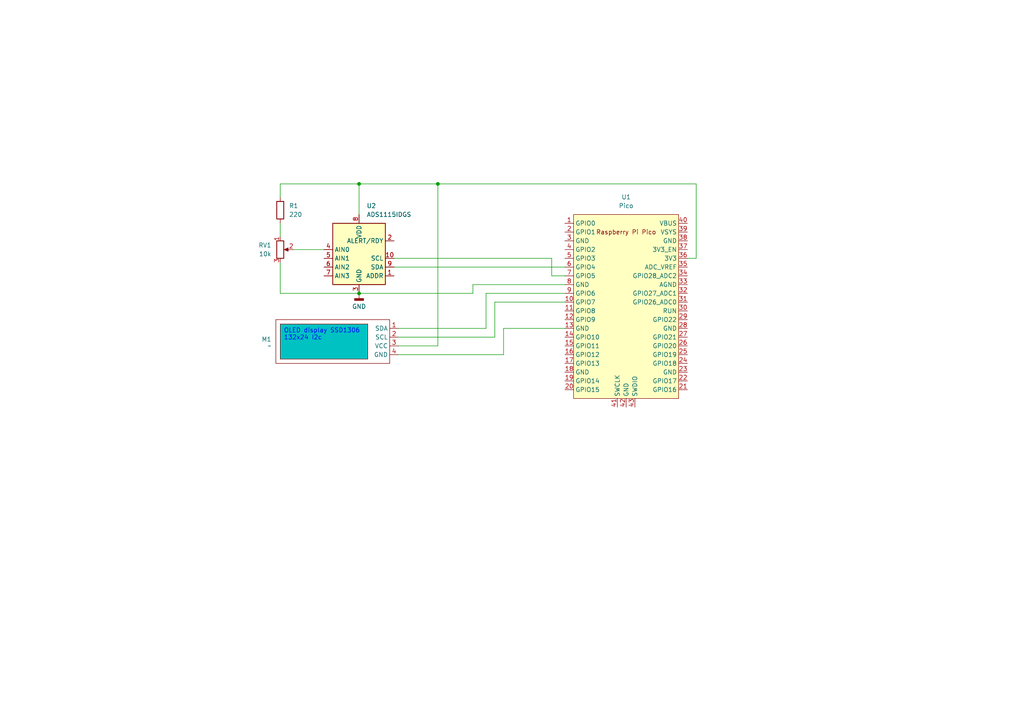
<source format=kicad_sch>
(kicad_sch (version 20231120) (generator "eeschema") (generator_version "8.0")
  (paper "A4")
  (title_block (title "Voltmetr s ADS1115") (company "Jirka Chráska"))
  (lib_symbols
    (symbol "Analog_ADC:ADS1115IDGS"
      (property "Reference" "U" (at 2.54 13.97 0))
      (property "Value" "ADS1115IDGS" (at 7.62 11.43 0))
      (symbol "ADS1115IDGS_0_1"
        (rectangle (start -7.62 10.16) (end 7.62 -7.62) (stroke (width 0.254)) (fill (type background)))
      )
      (symbol "ADS1115IDGS_1_1"
        (pin input line (at 10.16 -5.08 180) (length 2.54) (name "ADDR") (number "1"))
        (pin input line (at 10.16 0 180) (length 2.54) (name "SCL") (number "10"))
        (pin output line (at 10.16 5.08 180) (length 2.54) (name "ALERT/RDY") (number "2"))
        (pin power_in line (at 0 -10.16 90) (length 2.54) (name "GND") (number "3"))
        (pin input line (at -10.16 2.54 0) (length 2.54) (name "AIN0") (number "4"))
        (pin input line (at -10.16 0 0) (length 2.54) (name "AIN1") (number "5"))
        (pin input line (at -10.16 -2.54 0) (length 2.54) (name "AIN2") (number "6"))
        (pin input line (at -10.16 -5.08 0) (length 2.54) (name "AIN3") (number "7"))
        (pin power_in line (at 0 12.7 270) (length 2.54) (name "VDD") (number "8"))
        (pin bidirectional line (at 10.16 -2.54 180) (length 2.54) (name "SDA") (number "9"))
      )
    )
    (symbol "Device:R" (pin_numbers hide) (pin_names (offset 0))
      (property "Reference" "R" (at 2.032 0 90))
      (property "Value" "R" (at 0 0 90))
      (symbol "R_0_1"
        (rectangle (start -1.016 -2.54) (end 1.016 2.54) (stroke (width 0.254)))
      )
      (symbol "R_1_1"
        (pin passive line (at 0 3.81 270) (length 1.27) (name "~") (number "1"))
        (pin passive line (at 0 -3.81 90) (length 1.27) (name "~") (number "2"))
      )
    )
    (symbol "Device:R_Potentiometer" (pin_names (offset 1.016) hide)
      (property "Reference" "RV" (at -4.445 0 90))
      (property "Value" "R_Potentiometer" (at -2.54 0 90))
      (symbol "R_Potentiometer_0_1"
        (polyline (pts (xy 2.54 0) (xy 1.524 0)))
        (polyline (pts (xy 1.143 0) (xy 2.286 0.508) (xy 2.286 -0.508) (xy 1.143 0)) (fill (type outline)))
        (rectangle (start 1.016 2.54) (end -1.016 -2.54) (stroke (width 0.254)))
      )
      (symbol "R_Potentiometer_1_1"
        (pin passive line (at 0 3.81 270) (length 1.27) (name "1") (number "1"))
        (pin passive line (at 3.81 0 180) (length 1.27) (name "2") (number "2"))
        (pin passive line (at 0 -3.81 90) (length 1.27) (name "3") (number "3"))
      )
    )
    (symbol "MCU_RaspberryPi_and_Boards:Pico"
      (property "Reference" "U" (at -13.97 27.94 0))
      (property "Value" "Pico" (at 0 19.05 0))
      (symbol "Pico_0_0"
        (text "Raspberry Pi Pico" (at 0 21.59 0) (effects (font (size 1.27 1.27))))
      )
      (symbol "Pico_0_1"
        (rectangle (start -15.24 26.67) (end 15.24 -26.67) (fill (type background)))
      )
      (symbol "Pico_1_1"
        (pin bidirectional line (at -17.78 24.13 0) (length 2.54) (name "GPIO0") (number "1"))
        (pin bidirectional line (at -17.78 1.27 0) (length 2.54) (name "GPIO7") (number "10"))
        (pin bidirectional line (at -17.78 -1.27 0) (length 2.54) (name "GPIO8") (number "11"))
        (pin bidirectional line (at -17.78 -3.81 0) (length 2.54) (name "GPIO9") (number "12"))
        (pin power_in line (at -17.78 -6.35 0) (length 2.54) (name "GND") (number "13"))
        (pin bidirectional line (at -17.78 -8.89 0) (length 2.54) (name "GPIO10") (number "14"))
        (pin bidirectional line (at -17.78 -11.43 0) (length 2.54) (name "GPIO11") (number "15"))
        (pin bidirectional line (at -17.78 -13.97 0) (length 2.54) (name "GPIO12") (number "16"))
        (pin bidirectional line (at -17.78 -16.51 0) (length 2.54) (name "GPIO13") (number "17"))
        (pin power_in line (at -17.78 -19.05 0) (length 2.54) (name "GND") (number "18"))
        (pin bidirectional line (at -17.78 -21.59 0) (length 2.54) (name "GPIO14") (number "19"))
        (pin bidirectional line (at -17.78 21.59 0) (length 2.54) (name "GPIO1") (number "2"))
        (pin bidirectional line (at -17.78 -24.13 0) (length 2.54) (name "GPIO15") (number "20"))
        (pin bidirectional line (at 17.78 -24.13 180) (length 2.54) (name "GPIO16") (number "21"))
        (pin bidirectional line (at 17.78 -21.59 180) (length 2.54) (name "GPIO17") (number "22"))
        (pin power_in line (at 17.78 -19.05 180) (length 2.54) (name "GND") (number "23"))
        (pin bidirectional line (at 17.78 -16.51 180) (length 2.54) (name "GPIO18") (number "24"))
        (pin bidirectional line (at 17.78 -13.97 180) (length 2.54) (name "GPIO19") (number "25"))
        (pin bidirectional line (at 17.78 -11.43 180) (length 2.54) (name "GPIO20") (number "26"))
        (pin bidirectional line (at 17.78 -8.89 180) (length 2.54) (name "GPIO21") (number "27"))
        (pin power_in line (at 17.78 -6.35 180) (length 2.54) (name "GND") (number "28"))
        (pin bidirectional line (at 17.78 -3.81 180) (length 2.54) (name "GPIO22") (number "29"))
        (pin power_in line (at -17.78 19.05 0) (length 2.54) (name "GND") (number "3"))
        (pin input line (at 17.78 -1.27 180) (length 2.54) (name "RUN") (number "30"))
        (pin bidirectional line (at 17.78 1.27 180) (length 2.54) (name "GPIO26_ADC0") (number "31"))
        (pin bidirectional line (at 17.78 3.81 180) (length 2.54) (name "GPIO27_ADC1") (number "32"))
        (pin power_in line (at 17.78 6.35 180) (length 2.54) (name "AGND") (number "33"))
        (pin bidirectional line (at 17.78 8.89 180) (length 2.54) (name "GPIO28_ADC2") (number "34"))
        (pin power_in line (at 17.78 11.43 180) (length 2.54) (name "ADC_VREF") (number "35"))
        (pin power_in line (at 17.78 13.97 180) (length 2.54) (name "3V3") (number "36"))
        (pin input line (at 17.78 16.51 180) (length 2.54) (name "3V3_EN") (number "37"))
        (pin bidirectional line (at 17.78 19.05 180) (length 2.54) (name "GND") (number "38"))
        (pin power_in line (at 17.78 21.59 180) (length 2.54) (name "VSYS") (number "39"))
        (pin bidirectional line (at -17.78 16.51 0) (length 2.54) (name "GPIO2") (number "4"))
        (pin power_in line (at 17.78 24.13 180) (length 2.54) (name "VBUS") (number "40"))
        (pin input line (at -2.54 -29.21 90) (length 2.54) (name "SWCLK") (number "41"))
        (pin power_in line (at 0 -29.21 90) (length 2.54) (name "GND") (number "42"))
        (pin bidirectional line (at 2.54 -29.21 90) (length 2.54) (name "SWDIO") (number "43"))
        (pin bidirectional line (at -17.78 13.97 0) (length 2.54) (name "GPIO3") (number "5"))
        (pin bidirectional line (at -17.78 11.43 0) (length 2.54) (name "GPIO4") (number "6"))
        (pin bidirectional line (at -17.78 8.89 0) (length 2.54) (name "GPIO5") (number "7"))
        (pin power_in line (at -17.78 6.35 0) (length 2.54) (name "GND") (number "8"))
        (pin bidirectional line (at -17.78 3.81 0) (length 2.54) (name "GPIO6") (number "9"))
      )
    )
    (symbol "OLED_SSD1306:OLED_SSD1306_128x32"
      (property "Reference" "M" (at 0 0 0))
      (symbol "OLED_SSD1306_128x32_0_1"
        (rectangle (start 0 -1.27) (end 33.02 -13.97))
      )
      (symbol "OLED_SSD1306_128x32_1_1"
        (text_box "OLED display SSD1306 132x24 I2c" (at 6.35 -2.54 0) (size 25.4 -10.16) (fill (type color) (color 0 194 194 1)) (effects (font (size 1.27 1.27)) (justify left top)))
        (pin bidirectional line (at -2.54 -3.81 0) (length 2.54) (name "SDA") (number "1"))
        (pin bidirectional line (at -2.54 -6.35 0) (length 2.54) (name "SCL") (number "2"))
        (pin power_in line (at -2.54 -8.89 0) (length 2.54) (name "VCC") (number "3"))
        (pin power_in line (at -2.54 -11.43 0) (length 2.54) (name "GND") (number "4"))
      )
    )
    (symbol "power:GNDD" (power) (pin_numbers hide) (pin_names (offset 0) hide)
      (property "Value" "GNDD" (at 0 -3.175 0))
      (symbol "GNDD_0_1"
        (rectangle (start -1.27 -1.524) (end 1.27 -2.032) (stroke (width 0.254)) (fill (type outline)))
        (polyline (pts (xy 0 0) (xy 0 -1.524)))
      )
      (symbol "GNDD_1_1"
        (pin power_in line (at 0 0 270) (length 0) (name "~") (number "1"))
      )
    )
  )
  (junction (at 104.14 85.09))
  (junction (at 104.14 53.34))
  (junction (at 127 53.34))
  (wire (pts (xy 140.97 85.09) (xy 163.83 85.09)))
  (wire (pts (xy 85.09 72.39) (xy 93.98 72.39)))
  (wire (pts (xy 104.14 53.34) (xy 104.14 62.23)))
  (wire (pts (xy 137.16 82.55) (xy 163.83 82.55)))
  (wire (pts (xy 143.51 87.63) (xy 163.83 87.63)))
  (wire (pts (xy 115.57 97.79) (xy 143.51 97.79)))
  (wire (pts (xy 114.3 77.47) (xy 163.83 77.47)))
  (wire (pts (xy 143.51 97.79) (xy 143.51 87.63)))
  (wire (pts (xy 81.28 68.58) (xy 81.28 64.77)))
  (wire (pts (xy 146.05 102.87) (xy 146.05 95.25)))
  (wire (pts (xy 160.02 74.93) (xy 160.02 80.01)))
  (wire (pts (xy 160.02 80.01) (xy 163.83 80.01)))
  (wire (pts (xy 199.39 74.93) (xy 201.93 74.93)))
  (wire (pts (xy 81.28 85.09) (xy 104.14 85.09)))
  (wire (pts (xy 201.93 53.34) (xy 127 53.34)))
  (wire (pts (xy 104.14 85.09) (xy 137.16 85.09)))
  (wire (pts (xy 127 53.34) (xy 104.14 53.34)))
  (wire (pts (xy 81.28 57.15) (xy 81.28 53.34)))
  (wire (pts (xy 115.57 102.87) (xy 146.05 102.87)))
  (wire (pts (xy 81.28 76.2) (xy 81.28 85.09)))
  (wire (pts (xy 137.16 85.09) (xy 137.16 82.55)))
  (wire (pts (xy 114.3 74.93) (xy 160.02 74.93)))
  (wire (pts (xy 115.57 95.25) (xy 140.97 95.25)))
  (wire (pts (xy 201.93 53.34) (xy 201.93 74.93)))
  (wire (pts (xy 115.57 100.33) (xy 127 100.33)))
  (wire (pts (xy 140.97 95.25) (xy 140.97 85.09)))
  (wire (pts (xy 127 100.33) (xy 127 53.34)))
  (wire (pts (xy 146.05 95.25) (xy 163.83 95.25)))
  (wire (pts (xy 81.28 53.34) (xy 104.14 53.34)))
  (symbol (lib_id "OLED_SSD1306:OLED_SSD1306_128x32") (at 113.03 91.44 0) (mirror y) (unit 1)
    (property "Reference" "M1" (at 78.74 98.4249 0) (effects (justify left)))
    (property "Value" "~" (at 78.74 100.33 0) (effects (justify left)))
  )
  (symbol (lib_id "Analog_ADC:ADS1115IDGS") (at 104.14 74.93 0) (unit 1)
    (property "Reference" "U2" (at 106.3341 59.69 0) (effects (justify left)))
    (property "Value" "ADS1115IDGS" (at 106.3341 62.23 0) (effects (justify left)))
    (property "Footprint" "Package_SO:TSSOP-10_3x3mm_P0.5mm" (effects (hide yes)))
    (property "Datasheet" "http://www.ti.com/lit/ds/symlink/ads1113.pdf" (effects (hide yes)))
    (property "Description" "Ultra-Small, Low-Power, I2C-Compatible, 860-SPS, 16-Bit ADCs With Internal Reference, Oscillator, and Programmable Comparator, VSSOP-10" (effects (hide yes)))
  )
  (symbol (lib_id "power:GNDD") (at 104.14 85.09 0) (unit 1)
    (property "Reference" "#PWR01" (effects (hide yes)))
    (property "Value" "GND" (at 104.14 88.9 0))
    (property "Description" "Power symbol creates a global label with name \"GNDD\" , digital ground" (effects (hide yes)))
  )
  (symbol (lib_id "MCU_RaspberryPi_and_Boards:Pico") (at 181.61 88.9 0) (unit 1)
    (property "Reference" "U1" (at 181.61 57.15 0))
    (property "Value" "Pico" (at 181.61 59.69 0))
    (property "Footprint" "RPi_Pico:RPi_Pico_SMD_TH" (effects (hide yes)))
  )
  (symbol (lib_id "Device:R") (at 81.28 60.96 0) (unit 1)
    (property "Reference" "R1" (at 83.82 59.6899 0) (effects (justify left)))
    (property "Value" "220" (at 83.82 62.2299 0) (effects (justify left)))
    (property "Description" "Resistor" (effects (hide yes)))
  )
  (symbol (lib_id "Device:R_Potentiometer") (at 81.28 72.39 0) (unit 1)
    (property "Reference" "RV1" (at 78.74 71.1199 0) (effects (justify right)))
    (property "Value" "10k" (at 78.74 73.6599 0) (effects (justify right)))
    (property "Description" "Potentiometer" (effects (hide yes)))
  )
)
</source>
